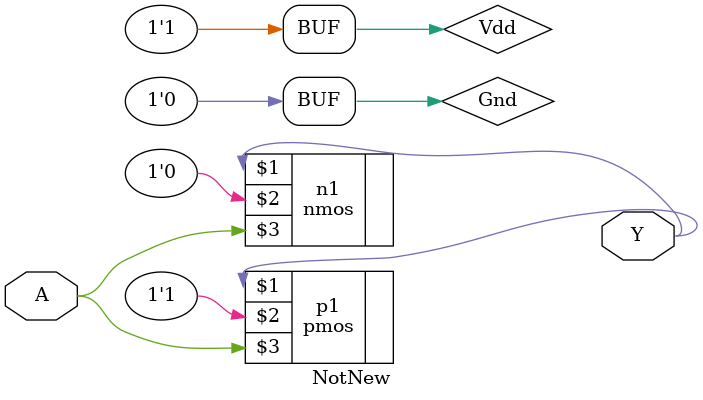
<source format=v>
module NotNew(A,Y);
input A;
output Y;
supply1 Vdd;
supply0 Gnd;
pmos p1(Y,Vdd,A);
nmos n1(Y,Gnd,A);
endmodule



</source>
